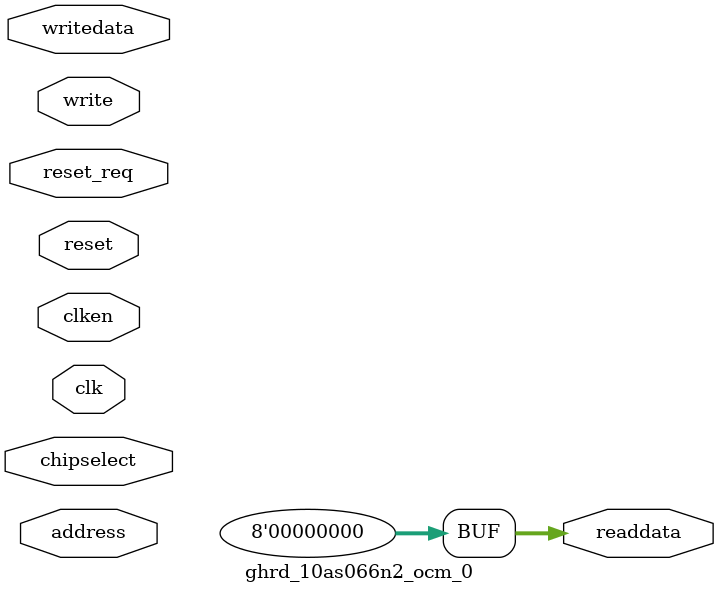
<source format=v>
module ghrd_10as066n2_ocm_0(	// file.cleaned.mlir:2:3
  input         clk,	// file.cleaned.mlir:2:38
                reset,	// file.cleaned.mlir:2:52
                reset_req,	// file.cleaned.mlir:2:68
  input  [17:0] address,	// file.cleaned.mlir:2:88
  input         clken,	// file.cleaned.mlir:2:107
                chipselect,	// file.cleaned.mlir:2:123
                write,	// file.cleaned.mlir:2:144
  input  [7:0]  writedata,	// file.cleaned.mlir:2:160
  output [7:0]  readdata	// file.cleaned.mlir:2:181
);

  assign readdata = 8'h0;	// file.cleaned.mlir:3:14, :4:5
endmodule


</source>
